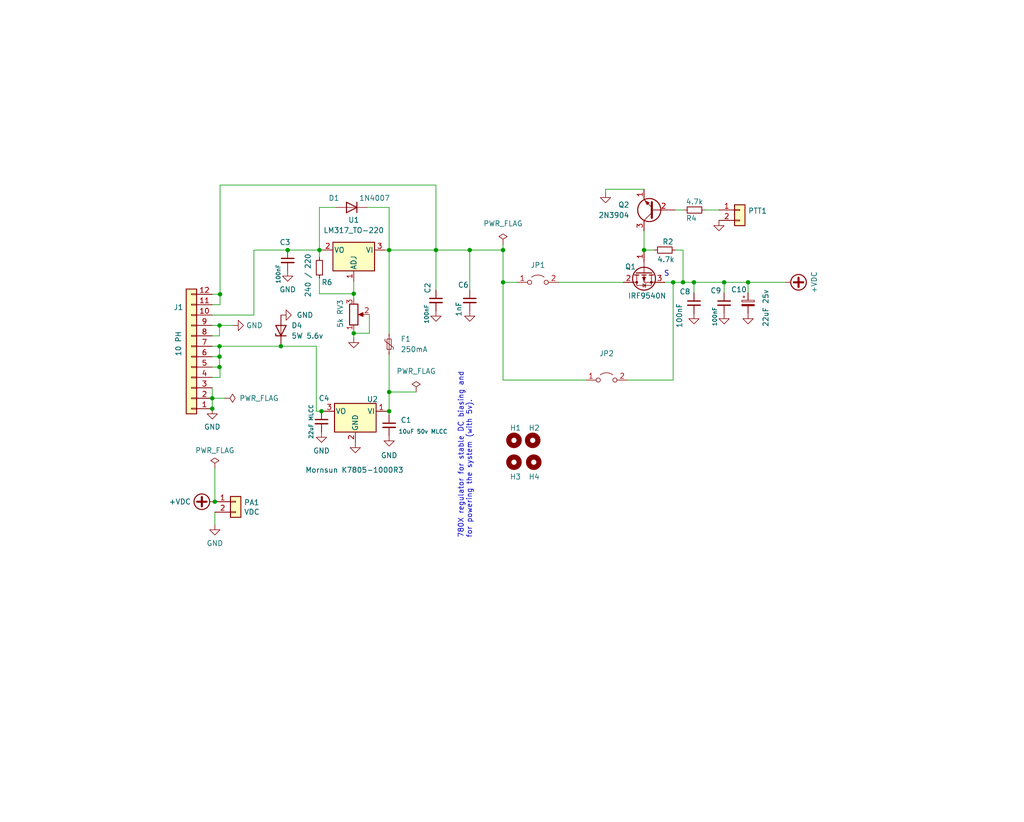
<source format=kicad_sch>
(kicad_sch (version 20211123) (generator eeschema)
  (paper "User" 250.012 200.812)
  (title_block (title "Power Block") (date "2022-03-13") (company "Dhiru Kholia (VU3CER)"))
  (lib_symbols
    (symbol "Connector_Generic:Conn_01x02" (pin_names (offset 1.016) hide)
      (property "Reference" "J" (at 0 2.54 0))
      (property "Value" "Conn_01x02" (at 0 -5.08 0))
      (symbol "Conn_01x02_1_1"
        (rectangle (start -1.27 -2.413) (end 0 -2.667) (stroke (width 0.1524)))
        (rectangle (start -1.27 0.127) (end 0 -0.127) (stroke (width 0.1524)))
        (rectangle (start -1.27 1.27) (end 1.27 -3.81) (stroke (width 0.254)) (fill (type background)))
        (pin passive line (at -5.08 0 0) (length 3.81) (name "Pin_1") (number "1"))
        (pin passive line (at -5.08 -2.54 0) (length 3.81) (name "Pin_2") (number "2"))
      )
    )
    (symbol "Connector_Generic:Conn_01x12" (pin_names (offset 1.016) hide)
      (property "Reference" "J" (at 0 15.24 0))
      (property "Value" "Conn_01x12" (at 0 -17.78 0))
      (symbol "Conn_01x12_1_1"
        (rectangle (start -1.27 -15.113) (end 0 -15.367) (stroke (width 0.1524)))
        (rectangle (start -1.27 -12.573) (end 0 -12.827) (stroke (width 0.1524)))
        (rectangle (start -1.27 -10.033) (end 0 -10.287) (stroke (width 0.1524)))
        (rectangle (start -1.27 -7.493) (end 0 -7.747) (stroke (width 0.1524)))
        (rectangle (start -1.27 -4.953) (end 0 -5.207) (stroke (width 0.1524)))
        (rectangle (start -1.27 -2.413) (end 0 -2.667) (stroke (width 0.1524)))
        (rectangle (start -1.27 0.127) (end 0 -0.127) (stroke (width 0.1524)))
        (rectangle (start -1.27 2.667) (end 0 2.413) (stroke (width 0.1524)))
        (rectangle (start -1.27 5.207) (end 0 4.953) (stroke (width 0.1524)))
        (rectangle (start -1.27 7.747) (end 0 7.493) (stroke (width 0.1524)))
        (rectangle (start -1.27 10.287) (end 0 10.033) (stroke (width 0.1524)))
        (rectangle (start -1.27 12.827) (end 0 12.573) (stroke (width 0.1524)))
        (rectangle (start -1.27 13.97) (end 1.27 -16.51) (stroke (width 0.254)) (fill (type background)))
        (pin passive line (at -5.08 12.7 0) (length 3.81) (name "Pin_1") (number "1"))
        (pin passive line (at -5.08 -10.16 0) (length 3.81) (name "Pin_10") (number "10"))
        (pin passive line (at -5.08 -12.7 0) (length 3.81) (name "Pin_11") (number "11"))
        (pin passive line (at -5.08 -15.24 0) (length 3.81) (name "Pin_12") (number "12"))
        (pin passive line (at -5.08 10.16 0) (length 3.81) (name "Pin_2") (number "2"))
        (pin passive line (at -5.08 7.62 0) (length 3.81) (name "Pin_3") (number "3"))
        (pin passive line (at -5.08 5.08 0) (length 3.81) (name "Pin_4") (number "4"))
        (pin passive line (at -5.08 2.54 0) (length 3.81) (name "Pin_5") (number "5"))
        (pin passive line (at -5.08 0 0) (length 3.81) (name "Pin_6") (number "6"))
        (pin passive line (at -5.08 -2.54 0) (length 3.81) (name "Pin_7") (number "7"))
        (pin passive line (at -5.08 -5.08 0) (length 3.81) (name "Pin_8") (number "8"))
        (pin passive line (at -5.08 -7.62 0) (length 3.81) (name "Pin_9") (number "9"))
      )
    )
    (symbol "Device:C_Polarized_Small" (pin_numbers hide) (pin_names (offset 0.254) hide)
      (property "Reference" "C" (at 0.254 1.778 0))
      (property "Value" "C_Polarized_Small" (at 0.254 -2.032 0))
      (symbol "C_Polarized_Small_0_1"
        (rectangle (start -1.524 -0.3048) (end 1.524 -0.6858) (fill (type outline)))
        (rectangle (start -1.524 0.6858) (end 1.524 0.3048))
        (polyline (pts (xy -1.27 1.524) (xy -0.762 1.524)))
        (polyline (pts (xy -1.016 1.27) (xy -1.016 1.778)))
      )
      (symbol "C_Polarized_Small_1_1"
        (pin passive line (at 0 2.54 270) (length 1.8542) (name "~") (number "1"))
        (pin passive line (at 0 -2.54 90) (length 1.8542) (name "~") (number "2"))
      )
    )
    (symbol "Device:C_Small" (pin_numbers hide) (pin_names (offset 0.254) hide)
      (property "Reference" "C" (at 0.254 1.778 0))
      (property "Value" "C_Small" (at 0.254 -2.032 0))
      (symbol "C_Small_0_1"
        (polyline (pts (xy -1.524 -0.508) (xy 1.524 -0.508)) (stroke (width 0.3302)))
        (polyline (pts (xy -1.524 0.508) (xy 1.524 0.508)) (stroke (width 0.3048)))
      )
      (symbol "C_Small_1_1"
        (pin passive line (at 0 2.54 270) (length 2.032) (name "~") (number "1"))
        (pin passive line (at 0 -2.54 90) (length 2.032) (name "~") (number "2"))
      )
    )
    (symbol "Device:D_Zener" (pin_numbers hide) (pin_names (offset 1.016) hide)
      (property "Reference" "D" (at 0 2.54 0))
      (property "Value" "D_Zener" (at 0 -2.54 0))
      (symbol "D_Zener_0_1"
        (polyline (pts (xy 1.27 0) (xy -1.27 0)))
        (polyline (pts (xy -1.27 -1.27) (xy -1.27 1.27) (xy -0.762 1.27)) (stroke (width 0.254)))
        (polyline (pts (xy 1.27 -1.27) (xy 1.27 1.27) (xy -1.27 0) (xy 1.27 -1.27)) (stroke (width 0.254)))
      )
      (symbol "D_Zener_1_1"
        (pin passive line (at -3.81 0 0) (length 2.54) (name "K") (number "1"))
        (pin passive line (at 3.81 0 180) (length 2.54) (name "A") (number "2"))
      )
    )
    (symbol "Device:Polyfuse_Small" (pin_numbers hide) (pin_names (offset 0))
      (property "Reference" "F" (at -1.905 0 90))
      (property "Value" "Polyfuse_Small" (at 1.905 0 90))
      (symbol "Polyfuse_Small_0_1"
        (rectangle (start -0.508 1.27) (end 0.508 -1.27))
        (polyline (pts (xy 0 2.54) (xy 0 -2.54)))
        (polyline (pts (xy -1.016 1.27) (xy -1.016 0.762) (xy 1.016 -0.762) (xy 1.016 -1.27)))
      )
      (symbol "Polyfuse_Small_1_1"
        (pin passive line (at 0 2.54 270) (length 0.635) (name "~") (number "1"))
        (pin passive line (at 0 -2.54 90) (length 0.635) (name "~") (number "2"))
      )
    )
    (symbol "Device:R_Potentiometer" (pin_names (offset 1.016) hide)
      (property "Reference" "RV" (at -4.445 0 90))
      (property "Value" "R_Potentiometer" (at -2.54 0 90))
      (symbol "R_Potentiometer_0_1"
        (polyline (pts (xy 2.54 0) (xy 1.524 0)))
        (polyline (pts (xy 1.143 0) (xy 2.286 0.508) (xy 2.286 -0.508) (xy 1.143 0)) (fill (type outline)))
        (rectangle (start 1.016 2.54) (end -1.016 -2.54) (stroke (width 0.254)))
      )
      (symbol "R_Potentiometer_1_1"
        (pin passive line (at 0 3.81 270) (length 1.27) (name "1") (number "1"))
        (pin passive line (at 3.81 0 180) (length 1.27) (name "2") (number "2"))
        (pin passive line (at 0 -3.81 90) (length 1.27) (name "3") (number "3"))
      )
    )
    (symbol "Device:R_Small" (pin_numbers hide) (pin_names (offset 0.254) hide)
      (property "Reference" "R" (at 0.762 0.508 0))
      (property "Value" "R_Small" (at 0.762 -1.016 0))
      (symbol "R_Small_0_1"
        (rectangle (start -0.762 1.778) (end 0.762 -1.778) (stroke (width 0.2032)))
      )
      (symbol "R_Small_1_1"
        (pin passive line (at 0 2.54 270) (length 0.762) (name "~") (number "1"))
        (pin passive line (at 0 -2.54 90) (length 0.762) (name "~") (number "2"))
      )
    )
    (symbol "Diode:1N4007" (pin_numbers hide) (pin_names (offset 1.016) hide)
      (property "Reference" "D" (at 0 2.54 0))
      (property "Value" "1N4007" (at 0 -2.54 0))
      (symbol "1N4007_0_1"
        (polyline (pts (xy -1.27 1.27) (xy -1.27 -1.27)) (stroke (width 0.254)))
        (polyline (pts (xy 1.27 0) (xy -1.27 0)))
        (polyline (pts (xy 1.27 1.27) (xy 1.27 -1.27) (xy -1.27 0) (xy 1.27 1.27)) (stroke (width 0.254)))
      )
      (symbol "1N4007_1_1"
        (pin passive line (at -3.81 0 0) (length 2.54) (name "K") (number "1"))
        (pin passive line (at 3.81 0 180) (length 2.54) (name "A") (number "2"))
      )
    )
    (symbol "Jumper:Jumper_2_Open" (pin_names (offset 0) hide)
      (property "Reference" "JP" (at 0 2.794 0))
      (property "Value" "Jumper_2_Open" (at 0 -2.286 0))
      (symbol "Jumper_2_Open_0_0"
        (circle (center -2.032 0) (radius 0.508))
        (circle (center 2.032 0) (radius 0.508))
      )
      (symbol "Jumper_2_Open_0_1"
        (arc (start 1.524 1.27) (mid 0 1.778) (end -1.524 1.27))
      )
      (symbol "Jumper_2_Open_1_1"
        (pin passive line (at -5.08 0 0) (length 2.54) (name "A") (number "1"))
        (pin passive line (at 5.08 0 180) (length 2.54) (name "B") (number "2"))
      )
    )
    (symbol "Mechanical:MountingHole" (pin_names (offset 1.016))
      (property "Reference" "H" (at 0 5.08 0))
      (property "Value" "MountingHole" (at 0 3.175 0))
      (symbol "MountingHole_0_1"
        (circle (center 0 0) (radius 1.27) (stroke (width 1.27)))
      )
    )
    (symbol "Regulator_Linear:LM317_TO-220" (pin_names (offset 0.254))
      (property "Reference" "U" (at -3.81 3.175 0))
      (property "Value" "LM317_TO-220" (at 0 3.175 0))
      (symbol "LM317_TO-220_0_1"
        (rectangle (start -5.08 1.905) (end 5.08 -5.08) (stroke (width 0.254)) (fill (type background)))
      )
      (symbol "LM317_TO-220_1_1"
        (pin input line (at 0 -7.62 90) (length 2.54) (name "ADJ") (number "1"))
        (pin power_out line (at 7.62 0 180) (length 2.54) (name "VO") (number "2"))
        (pin power_in line (at -7.62 0 0) (length 2.54) (name "VI") (number "3"))
      )
    )
    (symbol "Regulator_Linear:LM7805_TO220" (pin_names (offset 0.254))
      (property "Reference" "U" (at -3.81 3.175 0))
      (property "Value" "LM7805_TO220" (at 0 3.175 0))
      (symbol "LM7805_TO220_0_1"
        (rectangle (start -5.08 1.905) (end 5.08 -5.08) (stroke (width 0.254)) (fill (type background)))
      )
      (symbol "LM7805_TO220_1_1"
        (pin power_in line (at -7.62 0 0) (length 2.54) (name "VI") (number "1"))
        (pin power_in line (at 0 -7.62 90) (length 2.54) (name "GND") (number "2"))
        (pin power_out line (at 7.62 0 180) (length 2.54) (name "VO") (number "3"))
      )
    )
    (symbol "Transistor_BJT:2N3904" (pin_names (offset 0) hide)
      (property "Reference" "Q" (at 5.08 1.905 0))
      (property "Value" "2N3904" (at 5.08 0 0))
      (symbol "2N3904_0_1"
        (polyline (pts (xy 0.635 0.635) (xy 2.54 2.54)))
        (polyline (pts (xy 0.635 -0.635) (xy 2.54 -2.54) (xy 2.54 -2.54)))
        (polyline (pts (xy 0.635 1.905) (xy 0.635 -1.905) (xy 0.635 -1.905)) (stroke (width 0.508)))
        (polyline (pts (xy 1.27 -1.778) (xy 1.778 -1.27) (xy 2.286 -2.286) (xy 1.27 -1.778) (xy 1.27 -1.778)) (fill (type outline)))
        (circle (center 1.27 0) (radius 2.8194) (stroke (width 0.254)))
      )
      (symbol "2N3904_1_1"
        (pin passive line (at 2.54 -5.08 90) (length 2.54) (name "E") (number "1"))
        (pin passive line (at -5.08 0 0) (length 5.715) (name "B") (number "2"))
        (pin passive line (at 2.54 5.08 270) (length 2.54) (name "C") (number "3"))
      )
    )
    (symbol "Transistor_FET:IRF9540N" (pin_names hide)
      (property "Reference" "Q" (at 5.08 1.905 0))
      (property "Value" "IRF9540N" (at 5.08 0 0))
      (symbol "IRF9540N_0_1"
        (polyline (pts (xy 0.254 0) (xy -2.54 0)))
        (polyline (pts (xy 0.254 1.905) (xy 0.254 -1.905)) (stroke (width 0.254)))
        (polyline (pts (xy 0.762 -1.27) (xy 0.762 -2.286)) (stroke (width 0.254)))
        (polyline (pts (xy 0.762 0.508) (xy 0.762 -0.508)) (stroke (width 0.254)))
        (polyline (pts (xy 0.762 2.286) (xy 0.762 1.27)) (stroke (width 0.254)))
        (polyline (pts (xy 2.54 2.54) (xy 2.54 1.778)))
        (polyline (pts (xy 2.54 -2.54) (xy 2.54 0) (xy 0.762 0)))
        (polyline (pts (xy 0.762 1.778) (xy 3.302 1.778) (xy 3.302 -1.778) (xy 0.762 -1.778)))
        (polyline (pts (xy 2.286 0) (xy 1.27 0.381) (xy 1.27 -0.381) (xy 2.286 0)) (fill (type outline)))
        (polyline (pts (xy 2.794 -0.508) (xy 2.921 -0.381) (xy 3.683 -0.381) (xy 3.81 -0.254)))
        (polyline (pts (xy 3.302 -0.381) (xy 2.921 0.254) (xy 3.683 0.254) (xy 3.302 -0.381)))
        (circle (center 1.651 0) (radius 2.794) (stroke (width 0.254)))
        (circle (center 2.54 -1.778) (radius 0.254) (fill (type outline)))
        (circle (center 2.54 1.778) (radius 0.254) (fill (type outline)))
      )
      (symbol "IRF9540N_1_1"
        (pin input line (at -5.08 0 0) (length 2.54) (name "G") (number "1"))
        (pin passive line (at 2.54 5.08 270) (length 2.54) (name "D") (number "2"))
        (pin passive line (at 2.54 -5.08 90) (length 2.54) (name "S") (number "3"))
      )
    )
    (symbol "power:+VDC" (power) (pin_names (offset 0))
      (property "Value" "+VDC" (at 0 6.35 0))
      (symbol "+VDC_0_1"
        (polyline (pts (xy -1.143 3.175) (xy 1.143 3.175)) (stroke (width 0.508)))
        (polyline (pts (xy 0 0) (xy 0 1.27)))
        (polyline (pts (xy 0 2.032) (xy 0 4.318)) (stroke (width 0.508)))
        (circle (center 0 3.175) (radius 1.905) (stroke (width 0.254)))
      )
      (symbol "+VDC_1_1"
        (pin power_in line (at 0 0 90) (length 0) hide (name "+VDC") (number "1"))
      )
    )
    (symbol "power:GND" (power) (pin_names (offset 0))
      (property "Value" "GND" (at 0 -3.81 0))
      (symbol "GND_0_1"
        (polyline (pts (xy 0 0) (xy 0 -1.27) (xy 1.27 -1.27) (xy 0 -2.54) (xy -1.27 -1.27) (xy 0 -1.27)))
      )
      (symbol "GND_1_1"
        (pin power_in line (at 0 0 270) (length 0) hide (name "GND") (number "1"))
      )
    )
    (symbol "power:PWR_FLAG" (power) (pin_numbers hide) (pin_names (offset 0) hide)
      (property "Value" "PWR_FLAG" (at 0 3.81 0))
      (symbol "PWR_FLAG_0_0"
        (pin power_out line (at 0 0 90) (length 0) (name "pwr") (number "1"))
      )
      (symbol "PWR_FLAG_0_1"
        (polyline (pts (xy 0 0) (xy 0 1.27) (xy -1.016 1.905) (xy 0 2.54) (xy 1.016 1.905) (xy 0 1.27)))
      )
    )
  )
  (junction (at 51.816 97.282))
  (junction (at 78.486 100.457))
  (junction (at 169.418 68.961))
  (junction (at 53.594 89.662))
  (junction (at 106.426 61.087))
  (junction (at 94.996 61.087))
  (junction (at 176.784 68.961))
  (junction (at 164.338 68.961))
  (junction (at 94.996 100.457))
  (junction (at 114.681 61.087))
  (junction (at 77.978 61.087))
  (junction (at 52.451 122.555))
  (junction (at 53.594 87.122))
  (junction (at 53.594 79.502))
  (junction (at 94.996 95.758))
  (junction (at 70.231 61.087))
  (junction (at 166.751 68.961))
  (junction (at 86.36 71.755))
  (junction (at 86.36 81.407))
  (junction (at 122.809 68.961))
  (junction (at 122.809 61.087))
  (junction (at 68.58 84.582))
  (junction (at 53.594 84.582))
  (junction (at 182.626 68.961))
  (junction (at 157.226 61.087))
  (junction (at 53.721 71.882))
  (junction (at 51.816 99.822))
  (wire (pts (xy 94.996 100.457) (xy 94.996 101.346)))
  (wire (pts (xy 162.306 68.961) (xy 164.338 68.961)))
  (wire (pts (xy 77.978 61.087) (xy 77.978 62.865)))
  (wire (pts (xy 53.594 79.502) (xy 56.896 79.502)))
  (wire (pts (xy 122.809 68.961) (xy 122.809 61.087)))
  (wire (pts (xy 77.216 84.582) (xy 77.216 100.457)))
  (wire (pts (xy 94.996 100.457) (xy 94.361 100.457)))
  (wire (pts (xy 164.846 61.087) (xy 166.751 61.087)))
  (wire (pts (xy 164.338 68.961) (xy 164.338 92.837)))
  (wire (pts (xy 61.976 61.087) (xy 70.231 61.087)))
  (wire (pts (xy 106.426 61.087) (xy 114.681 61.087)))
  (wire (pts (xy 164.846 51.308) (xy 167.005 51.308)))
  (wire (pts (xy 90.17 81.407) (xy 90.17 76.835)))
  (wire (pts (xy 53.721 92.202) (xy 53.721 89.662)))
  (wire (pts (xy 94.996 95.758) (xy 94.996 100.457)))
  (wire (pts (xy 166.751 61.087) (xy 166.751 68.961)))
  (wire (pts (xy 106.426 61.087) (xy 106.426 70.866)))
  (wire (pts (xy 53.721 45.212) (xy 106.426 45.212)))
  (wire (pts (xy 52.451 128.143) (xy 52.451 125.095)))
  (wire (pts (xy 94.996 50.673) (xy 94.996 61.087)))
  (wire (pts (xy 79.121 100.457) (xy 78.486 100.457)))
  (wire (pts (xy 51.816 94.742) (xy 51.816 97.282)))
  (wire (pts (xy 51.816 71.882) (xy 53.721 71.882)))
  (wire (pts (xy 122.809 59.69) (xy 122.809 61.087)))
  (wire (pts (xy 94.996 61.087) (xy 94.996 81.534)))
  (wire (pts (xy 182.626 68.961) (xy 182.626 71.501)))
  (wire (pts (xy 94.996 61.087) (xy 106.426 61.087)))
  (wire (pts (xy 147.828 46.228) (xy 157.226 46.228)))
  (wire (pts (xy 70.231 61.087) (xy 77.978 61.087)))
  (wire (pts (xy 89.662 50.673) (xy 94.996 50.673)))
  (wire (pts (xy 53.594 84.582) (xy 53.594 87.122)))
  (wire (pts (xy 86.36 81.407) (xy 90.17 81.407)))
  (wire (pts (xy 114.681 70.866) (xy 114.681 61.087)))
  (wire (pts (xy 122.809 68.961) (xy 126.238 68.961)))
  (wire (pts (xy 157.226 56.388) (xy 157.226 61.087)))
  (wire (pts (xy 169.418 71.501) (xy 169.418 68.961)))
  (wire (pts (xy 51.816 92.202) (xy 53.721 92.202)))
  (wire (pts (xy 94.996 86.614) (xy 94.996 95.758)))
  (wire (pts (xy 61.976 76.962) (xy 61.976 61.087)))
  (wire (pts (xy 166.751 68.961) (xy 169.418 68.961)))
  (wire (pts (xy 77.978 61.087) (xy 78.74 61.087)))
  (wire (pts (xy 53.594 87.122) (xy 53.594 89.662)))
  (wire (pts (xy 176.784 68.961) (xy 182.626 68.961)))
  (wire (pts (xy 51.816 89.662) (xy 53.594 89.662)))
  (wire (pts (xy 51.816 76.962) (xy 61.976 76.962)))
  (wire (pts (xy 53.721 71.882) (xy 53.721 45.212)))
  (wire (pts (xy 122.809 68.961) (xy 122.809 92.837)))
  (wire (pts (xy 53.594 79.502) (xy 53.594 82.042)))
  (wire (pts (xy 122.809 92.837) (xy 143.002 92.837)))
  (wire (pts (xy 164.338 68.961) (xy 166.751 68.961)))
  (wire (pts (xy 51.816 97.282) (xy 54.864 97.282)))
  (wire (pts (xy 53.594 84.582) (xy 68.58 84.582)))
  (wire (pts (xy 153.162 92.837) (xy 164.338 92.837)))
  (wire (pts (xy 147.828 46.99) (xy 147.828 46.228)))
  (wire (pts (xy 77.978 50.673) (xy 77.978 61.087)))
  (wire (pts (xy 191.77 68.961) (xy 182.626 68.961)))
  (wire (pts (xy 53.721 74.422) (xy 51.816 74.422)))
  (wire (pts (xy 157.226 61.087) (xy 159.766 61.087)))
  (wire (pts (xy 86.36 68.707) (xy 86.36 71.755)))
  (wire (pts (xy 52.451 114.427) (xy 52.451 122.555)))
  (wire (pts (xy 51.816 97.282) (xy 51.816 99.822)))
  (wire (pts (xy 77.978 50.673) (xy 82.042 50.673)))
  (wire (pts (xy 51.816 87.122) (xy 53.594 87.122)))
  (wire (pts (xy 86.36 71.755) (xy 86.36 73.025)))
  (wire (pts (xy 94.996 95.758) (xy 101.6 95.758)))
  (wire (pts (xy 86.36 82.423) (xy 86.36 81.407)))
  (wire (pts (xy 77.978 67.945) (xy 77.978 71.755)))
  (wire (pts (xy 93.98 61.087) (xy 94.996 61.087)))
  (wire (pts (xy 53.594 89.662) (xy 53.721 89.662)))
  (wire (pts (xy 53.594 82.042) (xy 51.816 82.042)))
  (wire (pts (xy 53.721 71.882) (xy 53.721 74.422)))
  (wire (pts (xy 136.398 68.961) (xy 152.146 68.961)))
  (wire (pts (xy 169.418 68.961) (xy 176.784 68.961)))
  (wire (pts (xy 68.58 84.582) (xy 77.216 84.582)))
  (wire (pts (xy 114.681 61.087) (xy 122.809 61.087)))
  (wire (pts (xy 172.085 51.308) (xy 175.514 51.308)))
  (wire (pts (xy 106.426 61.087) (xy 106.426 45.212)))
  (wire (pts (xy 51.816 79.502) (xy 53.594 79.502)))
  (wire (pts (xy 51.816 84.582) (xy 53.594 84.582)))
  (wire (pts (xy 86.36 81.407) (xy 86.36 80.645)))
  (wire (pts (xy 157.226 61.341) (xy 157.226 61.087)))
  (wire (pts (xy 176.784 68.961) (xy 176.784 71.501)))
  (wire (pts (xy 78.486 100.457) (xy 77.216 100.457)))
  (wire (pts (xy 77.978 71.755) (xy 86.36 71.755)))
  (text "780X regulator for stable DC biasing and\nfor powering the system (with 5v)." (at 115.316 131.572 90) (effects (font (size 1.27 1.27)) (justify left bottom)))
  (text "S" (at 162.052 67.691 0) (effects (font (size 1.27 1.27)) (justify left bottom)))
  (symbol (lib_id "Diode:1N4007") (at 85.852 50.673 180) (unit 1)
    (property "Reference" "D1" (at 81.534 48.387 0))
    (property "Value" "1N4007" (at 91.44 48.387 0))
    (property "Footprint" "Diode_SMD:D_SMA_Handsoldering" (effects hide))
    (property "Datasheet" "http://www.vishay.com/docs/88503/1n4001.pdf" (effects hide))
  )
  (symbol (lib_id "Device:C_Small") (at 106.426 73.406 0) (unit 1)
    (property "Reference" "C2" (at 104.394 70.358 90))
    (property "Value" "100nF" (at 104.14 76.708 90) (effects (font (size 0.9906 0.9906))))
    (property "Footprint" "Capacitor_SMD:C_1206_3216Metric_Pad1.33x1.80mm_HandSolder" (effects hide))
  )
  (symbol (lib_id "Jumper:Jumper_2_Open") (at 131.318 68.961 0) (unit 1)
    (property "Reference" "JP1" (at 131.318 64.77 0))
    (property "Value" "Jumper_2_Open" (effects hide))
    (property "Footprint" "Connector_PinHeader_2.54mm:PinHeader_1x02_P2.54mm_Vertical" (effects hide))
  )
  (symbol (lib_id "Mechanical:MountingHole") (at 130.302 112.903 0) (unit 1)
    (property "Reference" "H4" (at 129.032 116.459 0) (effects (justify left)))
    (property "Value" "MountingHole" (effects hide))
    (property "Footprint" "MountingHole:MountingHole_2.2mm_M2" (effects hide))
  )
  (symbol (lib_id "power:GND") (at 70.231 66.167 0) (unit 1)
    (property "Reference" "#PWR04" (effects hide))
    (property "Value" "GND" (at 70.231 70.739 0))
  )
  (symbol (lib_id "Device:C_Small") (at 78.486 102.997 0) (unit 1)
    (property "Reference" "C4" (at 79.121 97.282 0))
    (property "Value" "22uF MLCC" (at 75.946 102.997 90) (effects (font (size 0.9906 0.9906))))
    (property "Footprint" "Capacitor_SMD:C_1206_3216Metric_Pad1.33x1.80mm_HandSolder" (effects hide))
  )
  (symbol (lib_id "power:PWR_FLAG") (at 54.864 97.282 270) (unit 1)
    (property "Reference" "#FLG0102" (effects hide))
    (property "Value" "PWR_FLAG" (at 58.42 97.2819 90) (effects (justify left)))
  )
  (symbol (lib_id "Jumper:Jumper_2_Open") (at 148.082 92.837 0) (unit 1)
    (property "Reference" "JP2" (at 148.082 86.36 0))
    (property "Value" "Jumper_2_Open" (effects hide))
    (property "Footprint" "Connector_PinHeader_2.54mm:PinHeader_1x02_P2.54mm_Vertical" (effects hide))
  )
  (symbol (lib_id "Transistor_FET:IRF9540N") (at 157.226 66.421 90) (mirror x) (unit 1)
    (property "Reference" "Q1" (at 153.924 65.151 90))
    (property "Value" "IRF9540N" (at 157.988 72.263 90))
    (property "Footprint" "Package_TO_SOT_THT:TO-220-3_Vertical" (effects hide))
    (property "Datasheet" "http://www.irf.com/product-info/datasheets/data/irf9540n.pdf" (effects hide))
  )
  (symbol (lib_id "power:GND") (at 86.36 82.423 0) (unit 1)
    (property "Reference" "#PWR0117" (effects hide))
    (property "Value" "GND" (effects hide))
  )
  (symbol (lib_id "Device:C_Small") (at 169.418 74.041 0) (unit 1)
    (property "Reference" "C8" (at 165.862 71.247 0) (effects (justify left)))
    (property "Value" "100nF" (at 165.862 80.137 90) (effects (justify left)))
    (property "Footprint" "Capacitor_SMD:C_1206_3216Metric_Pad1.33x1.80mm_HandSolder" (effects hide))
  )
  (symbol (lib_id "power:GND") (at 169.418 76.581 0) (unit 1)
    (property "Reference" "#PWR013" (effects hide))
    (property "Value" "GND" (effects hide))
  )
  (symbol (lib_id "Transistor_BJT:2N3904") (at 159.766 51.308 180) (unit 1)
    (property "Reference" "Q2" (at 153.67 50.0379 0) (effects (justify left)))
    (property "Value" "2N3904" (at 153.67 52.5779 0) (effects (justify left)))
    (property "Footprint" "Connector_PinSocket_2.54mm:PinSocket_1x03_P2.54mm_Vertical" (effects hide))
    (property "Datasheet" "https://www.onsemi.com/pub/Collateral/2N3903-D.PDF" (effects hide))
  )
  (symbol (lib_id "Connector_Generic:Conn_01x02") (at 180.594 51.308 0) (unit 1)
    (property "Reference" "PTT1" (at 182.626 51.5112 0) (effects (justify left)))
    (property "Value" "PTT" (effects hide))
    (property "Footprint" "Connector_PinHeader_2.54mm:PinHeader_1x02_P2.54mm_Vertical" (effects hide))
  )
  (symbol (lib_id "power:GND") (at 182.626 76.581 0) (unit 1)
    (property "Reference" "#PWR016" (effects hide))
    (property "Value" "GND" (effects hide))
  )
  (symbol (lib_id "Device:C_Polarized_Small") (at 182.626 74.041 0) (unit 1)
    (property "Reference" "C10" (at 178.435 70.739 0) (effects (justify left)))
    (property "Value" "22uF 25v" (at 186.944 79.883 90) (effects (justify left)))
    (property "Footprint" "Capacitor_THT:CP_Radial_D5.0mm_P2.50mm" (effects hide))
  )
  (symbol (lib_id "Device:C_Small") (at 114.681 73.406 0) (unit 1)
    (property "Reference" "C6" (at 111.76 69.596 0) (effects (justify left)))
    (property "Value" "1nF" (at 112.014 77.343 90) (effects (justify left)))
    (property "Footprint" "Capacitor_SMD:C_1206_3216Metric_Pad1.33x1.80mm_HandSolder" (effects hide))
  )
  (symbol (lib_id "power:GND") (at 56.896 79.502 90) (unit 1)
    (property "Reference" "#PWR0102" (effects hide))
    (property "Value" "GND" (at 60.071 79.5019 90) (effects (justify right)))
  )
  (symbol (lib_id "Device:R_Small") (at 169.545 51.308 90) (unit 1)
    (property "Reference" "R4" (at 168.783 53.34 90))
    (property "Value" "4.7k" (at 169.545 49.276 90))
    (property "Footprint" "Resistor_SMD:R_1206_3216Metric_Pad1.30x1.75mm_HandSolder" (effects hide))
  )
  (symbol (lib_id "power:PWR_FLAG") (at 52.451 114.427 0) (unit 1)
    (property "Reference" "#FLG01" (effects hide))
    (property "Value" "PWR_FLAG" (at 52.451 110.0328 0))
  )
  (symbol (lib_id "power:GND") (at 114.681 75.946 0) (unit 1)
    (property "Reference" "#PWR09" (effects hide))
    (property "Value" "GND" (effects hide))
  )
  (symbol (lib_id "Mechanical:MountingHole") (at 125.476 112.903 0) (unit 1)
    (property "Reference" "H3" (at 124.46 116.459 0) (effects (justify left)))
    (property "Value" "MountingHole" (effects hide))
    (property "Footprint" "MountingHole:MountingHole_2.2mm_M2" (effects hide))
  )
  (symbol (lib_id "power:GND") (at 86.741 108.077 0) (unit 1)
    (property "Reference" "#PWR01" (effects hide))
    (property "Value" "GND" (effects hide))
  )
  (symbol (lib_id "power:GND") (at 52.451 128.143 0) (unit 1)
    (property "Reference" "#PWR08" (effects hide))
    (property "Value" "GND" (at 52.451 132.715 0))
  )
  (symbol (lib_id "power:PWR_FLAG") (at 101.6 95.758 0) (unit 1)
    (property "Reference" "#FLG0103" (effects hide))
    (property "Value" "PWR_FLAG" (at 101.6 90.678 0))
  )
  (symbol (lib_id "Device:C_Small") (at 94.996 103.886 0) (unit 1)
    (property "Reference" "C1" (at 97.79 102.6222 0) (effects (justify left)))
    (property "Value" "10uF 50v MLCC" (at 97.282 105.41 0) (effects (font (size 1 1)) (justify left)))
    (property "Footprint" "Capacitor_SMD:C_1206_3216Metric_Pad1.33x1.80mm_HandSolder" (effects hide))
  )
  (symbol (lib_id "power:+VDC") (at 52.451 122.555 90) (unit 1)
    (property "Reference" "#PWR07" (effects hide))
    (property "Value" "+VDC" (at 46.6344 122.555 90) (effects (justify left)))
  )
  (symbol (lib_id "Device:R_Small") (at 77.978 65.405 0) (unit 1)
    (property "Reference" "R6" (at 78.486 68.961 0) (effects (justify left)))
    (property "Value" "240 / 220" (at 75.184 72.644 90) (effects (justify left)))
    (property "Footprint" "Resistor_SMD:R_1206_3216Metric_Pad1.30x1.75mm_HandSolder" (effects hide))
  )
  (symbol (lib_id "Device:R_Small") (at 162.306 61.087 90) (unit 1)
    (property "Reference" "R2" (at 163.068 59.055 90))
    (property "Value" "4.7k" (at 162.56 63.373 90))
    (property "Footprint" "Resistor_SMD:R_1206_3216Metric_Pad1.30x1.75mm_HandSolder" (effects hide))
  )
  (symbol (lib_id "Device:Polyfuse_Small") (at 94.996 84.074 0) (unit 1)
    (property "Reference" "F1" (at 97.79 82.8039 0) (effects (justify left)))
    (property "Value" "250mA" (at 97.79 85.3439 0) (effects (justify left)))
    (property "Footprint" "Capacitor_THT:C_Disc_D5.0mm_W2.5mm_P5.00mm" (effects hide))
  )
  (symbol (lib_id "Device:C_Small") (at 176.784 74.041 0) (unit 1)
    (property "Reference" "C9" (at 174.752 70.993 0))
    (property "Value" "100nF" (at 174.498 77.343 90) (effects (font (size 0.9906 0.9906))))
    (property "Footprint" "Capacitor_SMD:C_1206_3216Metric_Pad1.33x1.80mm_HandSolder" (effects hide))
  )
  (symbol (lib_id "Mechanical:MountingHole") (at 130.048 107.569 0) (unit 1)
    (property "Reference" "H2" (at 129.032 104.521 0) (effects (justify left)))
    (property "Value" "MountingHole" (effects hide))
    (property "Footprint" "MountingHole:MountingHole_2.2mm_M2" (effects hide))
  )
  (symbol (lib_id "power:GND") (at 94.996 106.426 0) (unit 1)
    (property "Reference" "#PWR0103" (effects hide))
    (property "Value" "GND" (at 94.996 111.252 0))
  )
  (symbol (lib_id "power:PWR_FLAG") (at 122.809 59.69 0) (unit 1)
    (property "Reference" "#FLG0101" (effects hide))
    (property "Value" "PWR_FLAG" (at 122.809 54.61 0))
  )
  (symbol (lib_id "power:GND") (at 78.486 105.537 0) (unit 1)
    (property "Reference" "#PWR05" (effects hide))
    (property "Value" "GND" (at 78.486 110.109 0))
  )
  (symbol (lib_id "power:GND") (at 176.784 76.581 0) (unit 1)
    (property "Reference" "#PWR015" (effects hide))
    (property "Value" "GND" (effects hide))
  )
  (symbol (lib_id "power:GND") (at 175.514 53.848 0) (unit 1)
    (property "Reference" "#PWR014" (effects hide))
    (property "Value" "GND" (effects hide))
  )
  (symbol (lib_id "Device:R_Potentiometer") (at 86.36 76.835 0) (mirror x) (unit 1)
    (property "Reference" "RV3" (at 83.058 75.057 90))
    (property "Value" "5k" (at 83.058 78.867 90))
    (property "Footprint" "Potentiometer_THT:Potentiometer_Runtron_RM-065_Vertical" (effects hide))
  )
  (symbol (lib_id "Device:C_Small") (at 70.231 63.627 0) (unit 1)
    (property "Reference" "C3" (at 69.596 59.182 0))
    (property "Value" "100nF" (at 67.945 66.929 90) (effects (font (size 0.9906 0.9906))))
    (property "Footprint" "Capacitor_SMD:C_1206_3216Metric_Pad1.33x1.80mm_HandSolder" (effects hide))
  )
  (symbol (lib_id "Regulator_Linear:LM7805_TO220") (at 86.741 100.457 0) (mirror y) (unit 1)
    (property "Reference" "U2" (at 90.932 97.536 0))
    (property "Value" "Mornsun K7805-1000R3" (at 98.552 114.808 0) (effects (justify left)))
    (property "Footprint" "Package_TO_SOT_THT:TO-220-3_Vertical" (effects hide))
    (property "Datasheet" "https://www.onsemi.cn/PowerSolutions/document/MC7800-D.PDF" (effects hide))
  )
  (symbol (lib_id "Mechanical:MountingHole") (at 125.476 107.569 0) (unit 1)
    (property "Reference" "H1" (at 124.46 104.521 0) (effects (justify left)))
    (property "Value" "MountingHole" (effects hide))
    (property "Footprint" "MountingHole:MountingHole_2.2mm_M2" (effects hide))
  )
  (symbol (lib_id "Connector_Generic:Conn_01x12") (at 46.736 87.122 180) (unit 1)
    (property "Reference" "J1" (at 43.561 75.057 0))
    (property "Value" "10 PH" (at 43.561 83.947 90))
    (property "Footprint" "Connector_PinHeader_2.54mm:PinHeader_1x12_P2.54mm_Vertical" (effects hide))
  )
  (symbol (lib_id "power:GND") (at 51.816 99.822 0) (unit 1)
    (property "Reference" "#PWR03" (effects hide))
    (property "Value" "GND" (at 51.816 104.267 0))
  )
  (symbol (lib_id "power:GND") (at 147.828 46.99 0) (unit 1)
    (property "Reference" "#PWR010" (effects hide))
    (property "Value" "GND" (effects hide))
  )
  (symbol (lib_id "power:GND") (at 106.426 75.946 0) (unit 1)
    (property "Reference" "#PWR0105" (effects hide))
    (property "Value" "GND" (effects hide))
  )
  (symbol (lib_id "Regulator_Linear:LM317_TO-220") (at 86.36 61.087 0) (mirror y) (unit 1)
    (property "Reference" "U1" (at 86.36 53.721 0))
    (property "Value" "LM317_TO-220" (at 86.36 56.261 0))
    (property "Footprint" "Package_TO_SOT_THT:TO-220-3_Vertical" (effects hide))
    (property "Datasheet" "http://www.ti.com/lit/ds/symlink/lm317.pdf" (effects hide))
  )
  (symbol (lib_id "power:+VDC") (at 191.77 68.961 270) (unit 1)
    (property "Reference" "#PWR017" (effects hide))
    (property "Value" "+VDC" (at 198.755 68.961 0))
  )
  (symbol (lib_id "power:GND") (at 68.58 76.962 90) (unit 1)
    (property "Reference" "#PWR011" (effects hide))
    (property "Value" "GND" (at 72.39 76.9619 90) (effects (justify right)))
  )
  (symbol (lib_id "Connector_Generic:Conn_01x02") (at 57.531 122.555 0) (unit 1)
    (property "Reference" "PA1" (at 59.563 122.7582 0) (effects (justify left)))
    (property "Value" "VDC" (at 59.563 125.0696 0) (effects (justify left)))
    (property "Footprint" "Connector_PinHeader_2.54mm:PinHeader_1x02_P2.54mm_Vertical" (effects hide))
  )
  (symbol (lib_id "Device:D_Zener") (at 68.58 80.772 90) (unit 1)
    (property "Reference" "D4" (at 71.12 79.5019 90) (effects (justify right)))
    (property "Value" "5W 5.6v" (at 71.12 82.0419 90) (effects (justify right)))
    (property "Footprint" "Diode_THT:D_DO-15_P5.08mm_Vertical_KathodeUp" (effects hide))
  )
)
</source>
